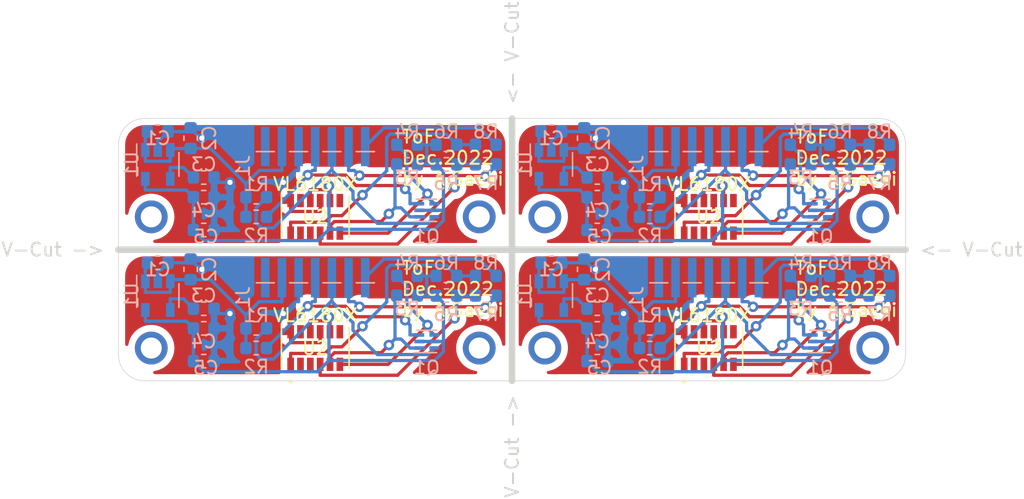
<source format=kicad_pcb>
(kicad_pcb (version 20211014) (generator pcbnew)
  (layers (0 "F.Cu" signal) (31 "B.Cu" signal) (34 "B.Paste" user) (35 "F.Paste" user) (36 "B.SilkS" user "B.Silkscreen") (37 "F.SilkS" user "F.Silkscreen") (38 "B.Mask" user) (39 "F.Mask" user) (44 "Edge.Cuts" user))
  (net 0 "")
  (net 1 "GND")
  (net 2 "VCC")
  (net 3 "Net-(C3-Pad1)")
  (net 4 "VDD")
  (net 5 "Net-(J1-Pad7)")
  (net 6 "Net-(J1-Pad6)")
  (net 7 "Net-(J1-Pad5)")
  (net 8 "Net-(J1-Pad4)")
  (net 9 "Net-(Q1-Pad4)")
  (net 10 "Net-(Q1-Pad1)")
  (net 11 "Net-(R5-Pad2)")
  (net 12 "Net-(R6-Pad2)")
  (footprint "0.main.robot:VL6180XV0NR&slash_1" (layer "F.Cu") (at 130 107.5 90)
    (fp_text reference "U2")
    (fp_text value "VL6180X")
  )
  (footprint "0.main.robot:VL6180XV0NR&slash_1" (layer "F.Cu") (at 160 107.5 90)
    (fp_text reference "U2")
    (fp_text value "VL6180X")
  )
  (footprint "0.main.robot:VL6180XV0NR&slash_1" (layer "F.Cu") (at 130 117.5 90)
    (fp_text reference "U2")
    (fp_text value "VL6180X")
  )
  (footprint "0.main.robot:VL6180XV0NR&slash_1" (layer "F.Cu") (at 160 117.5 90)
    (fp_text reference "U2")
    (fp_text value "VL6180X")
  )
  (footprint "Capacitor_SMD:C_0603_1608Metric" (layer "B.Cu") (at 118 101)
    (fp_text reference "C1")
    (fp_text value "1u")
  )
  (footprint "Capacitor_SMD:C_0603_1608Metric" (layer "B.Cu") (at 120.5 101.5 90)
    (fp_text reference "C2")
    (fp_text value "0.1u")
  )
  (footprint "Capacitor_SMD:C_0603_1608Metric" (layer "B.Cu") (at 121.5 104.5)
    (fp_text reference "C3")
    (fp_text value "0.01u")
  )
  (footprint "Capacitor_SMD:C_0603_1608Metric" (layer "B.Cu") (at 121.5 106)
    (fp_text reference "C4")
    (fp_text value "1u")
  )
  (footprint "Capacitor_SMD:C_0603_1608Metric" (layer "B.Cu") (at 121.5 108.5)
    (fp_text reference "C5")
    (fp_text value "0.1u")
  )
  (footprint "Package_SON:WSON-6_1.5x1.5mm_P0.5mm" (layer "B.Cu") (at 138.5 107)
    (fp_text reference "Q1")
    (fp_text value "SSM6N42FE")
  )
  (footprint "Resistor_SMD:R_0603_1608Metric" (layer "B.Cu") (at 125.5 106)
    (fp_text reference "R1")
    (fp_text value "10k")
  )
  (footprint "Resistor_SMD:R_0603_1608Metric" (layer "B.Cu") (at 125.5 107.5)
    (fp_text reference "R2")
    (fp_text value "10k")
  )
  (footprint "Resistor_SMD:R_0603_1608Metric" (layer "B.Cu") (at 137 103.5 180)
    (fp_text reference "R3")
    (fp_text value "10k")
  )
  (footprint "Resistor_SMD:R_0603_1608Metric" (layer "B.Cu") (at 137 102 180)
    (fp_text reference "R4")
    (fp_text value "10k")
  )
  (footprint "Resistor_SMD:R_0603_1608Metric" (layer "B.Cu") (at 140 103.5)
    (fp_text reference "R5")
    (fp_text value "47k")
  )
  (footprint "Resistor_SMD:R_0603_1608Metric" (layer "B.Cu") (at 140 102)
    (fp_text reference "R6")
    (fp_text value "47k")
  )
  (footprint "Resistor_SMD:R_0603_1608Metric" (layer "B.Cu") (at 143 103.5)
    (fp_text reference "R7")
    (fp_text value "1k")
  )
  (footprint "Resistor_SMD:R_0603_1608Metric" (layer "B.Cu") (at 143 102)
    (fp_text reference "R8")
    (fp_text value "1k")
  )
  (footprint "Package_TO_SOT_SMD:SOT-23-5" (layer "B.Cu") (at 118 103.5 -90)
    (fp_text reference "U1")
    (fp_text value "Si91841")
  )
  (footprint "0.main.robot:Pin_1x07_P1.27mm_SMD" (layer "B.Cu") (at 160 103.6375 -90)
    (fp_text reference "J1")
    (fp_text value "Conn_01x07")
  )
  (footprint "Package_TO_SOT_SMD:SOT-23-5" (layer "B.Cu") (at 118 113.5 -90)
    (fp_text reference "U1")
    (fp_text value "Si91841")
  )
  (footprint "Resistor_SMD:R_0603_1608Metric" (layer "B.Cu") (at 170 102)
    (fp_text reference "R6")
    (fp_text value "47k")
  )
  (footprint "Package_TO_SOT_SMD:SOT-23-5" (layer "B.Cu") (at 148 103.5 -90)
    (fp_text reference "U1")
    (fp_text value "Si91841")
  )
  (footprint "Resistor_SMD:R_0603_1608Metric" (layer "B.Cu") (at 155.5 106)
    (fp_text reference "R1")
    (fp_text value "10k")
  )
  (footprint "Resistor_SMD:R_0603_1608Metric" (layer "B.Cu") (at 140 113.5)
    (fp_text reference "R5")
    (fp_text value "47k")
  )
  (footprint "0.main.robot:Pin_1x07_P1.27mm_SMD" (layer "B.Cu") (at 130 113.6375 -90)
    (fp_text reference "J1")
    (fp_text value "Conn_01x07")
  )
  (footprint "Resistor_SMD:R_0603_1608Metric" (layer "B.Cu") (at 173 113.5)
    (fp_text reference "R7")
    (fp_text value "1k")
  )
  (footprint "Capacitor_SMD:C_0603_1608Metric" (layer "B.Cu") (at 150.5 101.5 90)
    (fp_text reference "C2")
    (fp_text value "0.1u")
  )
  (footprint "Resistor_SMD:R_0603_1608Metric" (layer "B.Cu") (at 167 102 180)
    (fp_text reference "R4")
    (fp_text value "10k")
  )
  (footprint "Package_TO_SOT_SMD:SOT-23-5" (layer "B.Cu") (at 148 113.5 -90)
    (fp_text reference "U1")
    (fp_text value "Si91841")
  )
  (footprint "Package_SON:WSON-6_1.5x1.5mm_P0.5mm" (layer "B.Cu") (at 168.5 107)
    (fp_text reference "Q1")
    (fp_text value "SSM6N42FE")
  )
  (footprint "Resistor_SMD:R_0603_1608Metric" (layer "B.Cu") (at 143 112)
    (fp_text reference "R8")
    (fp_text value "1k")
  )
  (footprint "Resistor_SMD:R_0603_1608Metric" (layer "B.Cu") (at 170 112)
    (fp_text reference "R6")
    (fp_text value "47k")
  )
  (footprint "Capacitor_SMD:C_0603_1608Metric" (layer "B.Cu") (at 151.5 104.5)
    (fp_text reference "C3")
    (fp_text value "0.01u")
  )
  (footprint "Capacitor_SMD:C_0603_1608Metric" (layer "B.Cu") (at 121.5 114.5)
    (fp_text reference "C3")
    (fp_text value "0.01u")
  )
  (footprint "Capacitor_SMD:C_0603_1608Metric" (layer "B.Cu") (at 151.5 114.5)
    (fp_text reference "C3")
    (fp_text value "0.01u")
  )
  (footprint "Capacitor_SMD:C_0603_1608Metric" (layer "B.Cu") (at 148 101)
    (fp_text reference "C1")
    (fp_text value "1u")
  )
  (footprint "Resistor_SMD:R_0603_1608Metric" (layer "B.Cu") (at 137 113.5 180)
    (fp_text reference "R3")
    (fp_text value "10k")
  )
  (footprint "Capacitor_SMD:C_0603_1608Metric" (layer "B.Cu") (at 148 111)
    (fp_text reference "C1")
    (fp_text value "1u")
  )
  (footprint "Resistor_SMD:R_0603_1608Metric" (layer "B.Cu") (at 173 112)
    (fp_text reference "R8")
    (fp_text value "1k")
  )
  (footprint "Resistor_SMD:R_0603_1608Metric" (layer "B.Cu") (at 155.5 117.5)
    (fp_text reference "R2")
    (fp_text value "10k")
  )
  (footprint "Resistor_SMD:R_0603_1608Metric" (layer "B.Cu") (at 170 113.5)
    (fp_text reference "R5")
    (fp_text value "47k")
  )
  (footprint "Capacitor_SMD:C_0603_1608Metric" (layer "B.Cu") (at 151.5 106)
    (fp_text reference "C4")
    (fp_text value "1u")
  )
  (footprint "0.main.robot:Pin_1x07_P1.27mm_SMD" (layer "B.Cu") (at 130 103.6375 -90)
    (fp_text reference "J1")
    (fp_text value "Conn_01x07")
  )
  (footprint "Capacitor_SMD:C_0603_1608Metric" (layer "B.Cu") (at 118 111)
    (fp_text reference "C1")
    (fp_text value "1u")
  )
  (footprint "Capacitor_SMD:C_0603_1608Metric" (layer "B.Cu") (at 121.5 116)
    (fp_text reference "C4")
    (fp_text value "1u")
  )
  (footprint "Resistor_SMD:R_0603_1608Metric" (layer "B.Cu") (at 140 112)
    (fp_text reference "R6")
    (fp_text value "47k")
  )
  (footprint "Capacitor_SMD:C_0603_1608Metric" (layer "B.Cu") (at 151.5 118.5)
    (fp_text reference "C5")
    (fp_text value "0.1u")
  )
  (footprint "Resistor_SMD:R_0603_1608Metric" (layer "B.Cu") (at 167 112 180)
    (fp_text reference "R4")
    (fp_text value "10k")
  )
  (footprint "Capacitor_SMD:C_0603_1608Metric" (layer "B.Cu") (at 120.5 111.5 90)
    (fp_text reference "C2")
    (fp_text value "0.1u")
  )
  (footprint "Capacitor_SMD:C_0603_1608Metric" (layer "B.Cu") (at 151.5 116)
    (fp_text reference "C4")
    (fp_text value "1u")
  )
  (footprint "Resistor_SMD:R_0603_1608Metric" (layer "B.Cu") (at 143 113.5)
    (fp_text reference "R7")
    (fp_text value "1k")
  )
  (footprint "Resistor_SMD:R_0603_1608Metric" (layer "B.Cu") (at 173 103.5)
    (fp_text reference "R7")
    (fp_text value "1k")
  )
  (footprint "Capacitor_SMD:C_0603_1608Metric" (layer "B.Cu") (at 150.5 111.5 90)
    (fp_text reference "C2")
    (fp_text value "0.1u")
  )
  (footprint "Resistor_SMD:R_0603_1608Metric" (layer "B.Cu") (at 167 113.5 180)
    (fp_text reference "R3")
    (fp_text value "10k")
  )
  (footprint "Package_SON:WSON-6_1.5x1.5mm_P0.5mm" (layer "B.Cu") (at 168.5 117)
    (fp_text reference "Q1")
    (fp_text value "SSM6N42FE")
  )
  (footprint "Capacitor_SMD:C_0603_1608Metric" (layer "B.Cu") (at 151.5 108.5)
    (fp_text reference "C5")
    (fp_text value "0.1u")
  )
  (footprint "Package_SON:WSON-6_1.5x1.5mm_P0.5mm" (layer "B.Cu") (at 138.5 117)
    (fp_text reference "Q1")
    (fp_text value "SSM6N42FE")
  )
  (footprint "Resistor_SMD:R_0603_1608Metric" (layer "B.Cu") (at 155.5 107.5)
    (fp_text reference "R2")
    (fp_text value "10k")
  )
  (footprint "Resistor_SMD:R_0603_1608Metric" (layer "B.Cu") (at 155.5 116)
    (fp_text reference "R1")
    (fp_text value "10k")
  )
  (footprint "Resistor_SMD:R_0603_1608Metric" (layer "B.Cu") (at 173 102)
    (fp_text reference "R8")
    (fp_text value "1k")
  )
  (footprint "0.main.robot:Pin_1x07_P1.27mm_SMD" (layer "B.Cu") (at 160 113.6375 -90)
    (fp_text reference "J1")
    (fp_text value "Conn_01x07")
  )
  (footprint "Resistor_SMD:R_0603_1608Metric" (layer "B.Cu") (at 137 112 180)
    (fp_text reference "R4")
    (fp_text value "10k")
  )
  (footprint "Resistor_SMD:R_0603_1608Metric" (layer "B.Cu") (at 125.5 116)
    (fp_text reference "R1")
    (fp_text value "10k")
  )
  (footprint "Resistor_SMD:R_0603_1608Metric" (layer "B.Cu") (at 167 103.5 180)
    (fp_text reference "R3")
    (fp_text value "10k")
  )
  (footprint "Resistor_SMD:R_0603_1608Metric" (layer "B.Cu") (at 170 103.5)
    (fp_text reference "R5")
    (fp_text value "47k")
  )
  (footprint "Resistor_SMD:R_0603_1608Metric" (layer "B.Cu") (at 125.5 117.5)
    (fp_text reference "R2")
    (fp_text value "10k")
  )
  (footprint "Capacitor_SMD:C_0603_1608Metric" (layer "B.Cu") (at 121.5 118.5)
    (fp_text reference "C5")
    (fp_text value "0.1u")
  )
  (gr_arc locked (start 175 118) (mid 174.414214 119.414214) (end 173 120) (layer "Edge.Cuts") (width 0.05))
  (gr_line locked (start 117 100) (end 173 100) (layer "Edge.Cuts") (width 0.05))
  (gr_line locked (start 115 118) (end 115 102) (layer "Edge.Cuts") (width 0.05))
  (gr_line (start 145 100) (end 145 120) (layer "Edge.Cuts") (width 0.5))
  (gr_arc locked (start 117 120) (mid 115.585786 119.414214) (end 115 118) (layer "Edge.Cuts") (width 0.05))
  (gr_line locked (start 175 102) (end 175 118) (layer "Edge.Cuts") (width 0.05))
  (gr_line (start 145 100) (end 145 120) (layer "Edge.Cuts") (width 0.05))
  (gr_arc locked (start 173 100) (mid 174.414214 100.585786) (end 175 102) (layer "Edge.Cuts") (width 0.05))
  (gr_line locked (start 173 120) (end 117 120) (layer "Edge.Cuts") (width 0.05))
  (gr_line (start 115 110) (end 175 110) (layer "Edge.Cuts") (width 0.5))
  (gr_arc locked (start 115 102) (mid 115.585786 100.585786) (end 117 100) (layer "Edge.Cuts") (width 0.05))
  (gr_line (start 115 110) (end 175 110) (layer "Edge.Cuts") (width 0.05))
  (gr_text "ToF\nDec.2022\nby A.Saeki" (at 166.5 113) (layer "F.SilkS") (effects (font (size 1 1)) (justify left)))
  (gr_text "ToF\nDec.2022\nby A.Saeki" (at 136.5 113) (layer "F.SilkS") (effects (font (size 1 1)) (justify left)))
  (gr_text "ToF\nDec.2022\nby A.Saeki" (at 136.5 103) (layer "F.SilkS") (effects (font (size 1 1)) (justify left)))
  (gr_text "ToF\nDec.2022\nby A.Saeki" (at 166.5 103) (layer "F.SilkS") (effects (font (size 1 1)) (justify left)))
  (gr_text "V-Cut ->" (at 145 125 90) (layer "Edge.Cuts") (effects (font (size 1 1))))
  (gr_text "V-Cut ->" (at 110 110) (layer "Edge.Cuts") (effects (font (size 1 1))))
  (gr_text "<- V-Cut" (at 180 110) (layer "Edge.Cuts") (effects (font (size 1 1))))
  (gr_text "<- V-Cut" (at 145 95 90) (layer "Edge.Cuts") (effects (font (size 1 1))))
  (via locked (at 117.5 107.5) (size 2.5) (drill 1.6) (layers "F.Cu" "B.Cu") (net 0))
  (via locked (at 172.5 117.5) (size 2.5) (drill 1.6) (layers "F.Cu" "B.Cu") (net 0))
  (via locked (at 142.5 107.5) (size 2.5) (drill 1.6) (layers "F.Cu" "B.Cu") (net 0))
  (via locked (at 117.5 117.5) (size 2.5) (drill 1.6) (layers "F.Cu" "B.Cu") (net 0))
  (via locked (at 172.5 107.5) (size 2.5) (drill 1.6) (layers "F.Cu" "B.Cu") (net 0))
  (via locked (at 147.5 117.5) (size 2.5) (drill 1.6) (layers "F.Cu" "B.Cu") (net 0))
  (via locked (at 147.5 107.5) (size 2.5) (drill 1.6) (layers "F.Cu" "B.Cu") (net 0))
  (via locked (at 142.5 117.5) (size 2.5) (drill 1.6) (layers "F.Cu" "B.Cu") (net 0))
  (segment locked (start 128.125 116.2578) (end 128.125 117.0887) (width 0.25) (layer "F.Cu") (net 1))
  (segment locked (start 128.125 107.0887) (end 130.375 107.0887) (width 0.25) (layer "F.Cu") (net 1))
  (segment locked (start 128.125 117.0887) (end 130.375 117.0887) (width 0.25) (layer "F.Cu") (net 1))
  (segment locked (start 157.5684 114.8703) (end 158.125 115.4269) (width 0.25) (layer "F.Cu") (net 1))
  (segment locked (start 151.3594 112.7297) (end 153.5 114.8703) (width 0.25) (layer "F.Cu") (net 1))
  (segment locked (start 158.125 117.0887) (end 160.375 117.0887) (width 0.25) (layer "F.Cu") (net 1))
  (segment locked (start 123.5 114.8703) (end 127.5684 114.8703) (width 0.25) (layer "F.Cu") (net 1))
  (segment locked (start 121.3594 101.5) (end 121.3594 102.7297) (width 0.25) (layer "F.Cu") (net 1))
  (segment locked (start 128.125 106.2578) (end 128.125 105.4269) (width 0.25) (layer "F.Cu") (net 1))
  (segment locked (start 121.3594 112.7297) (end 123.5 114.8703) (width 0.25) (layer "F.Cu") (net 1))
  (segment locked (start 130.375 106.2578) (end 130.375 107.0887) (width 0.25) (layer "F.Cu") (net 1))
  (segment locked (start 127.5684 114.8703) (end 128.125 115.4269) (width 0.25) (layer "F.Cu") (net 1))
  (segment locked (start 128.125 116.2578) (end 128.125 115.4269) (width 0.25) (layer "F.Cu") (net 1))
  (segment locked (start 153.5 114.8703) (end 157.5684 114.8703) (width 0.25) (layer "F.Cu") (net 1))
  (segment locked (start 121.3594 102.7297) (end 123.5 104.8703) (width 0.25) (layer "F.Cu") (net 1))
  (segment locked (start 121.3594 111.5) (end 121.3594 112.7297) (width 0.25) (layer "F.Cu") (net 1))
  (segment locked (start 158.125 106.2578) (end 158.125 107.0887) (width 0.25) (layer "F.Cu") (net 1))
  (segment locked (start 160.375 116.2578) (end 160.375 117.0887) (width 0.25) (layer "F.Cu") (net 1))
  (segment locked (start 158.125 107.0887) (end 160.375 107.0887) (width 0.25) (layer "F.Cu") (net 1))
  (segment locked (start 153.5 104.8703) (end 157.5684 104.8703) (width 0.25) (layer "F.Cu") (net 1))
  (segment locked (start 123.5 104.8703) (end 127.5684 104.8703) (width 0.25) (layer "F.Cu") (net 1))
  (segment locked (start 157.5684 104.8703) (end 158.125 105.4269) (width 0.25) (layer "F.Cu") (net 1))
  (segment locked (start 151.3594 111.5) (end 151.3594 112.7297) (width 0.25) (layer "F.Cu") (net 1))
  (segment locked (start 130.375 116.2578) (end 130.375 117.0887) (width 0.25) (layer "F.Cu") (net 1))
  (segment locked (start 128.125 106.2578) (end 128.125 107.0887) (width 0.25) (layer "F.Cu") (net 1))
  (segment locked (start 158.125 116.2578) (end 158.125 115.4269) (width 0.25) (layer "F.Cu") (net 1))
  (segment locked (start 151.3594 101.5) (end 151.3594 102.7297) (width 0.25) (layer "F.Cu") (net 1))
  (segment locked (start 151.3594 102.7297) (end 153.5 104.8703) (width 0.25) (layer "F.Cu") (net 1))
  (segment locked (start 158.125 106.2578) (end 158.125 105.4269) (width 0.25) (layer "F.Cu") (net 1))
  (segment locked (start 158.125 116.2578) (end 158.125 117.0887) (width 0.25) (layer "F.Cu") (net 1))
  (segment locked (start 127.5684 104.8703) (end 128.125 105.4269) (width 0.25) (layer "F.Cu") (net 1))
  (segment locked (start 160.375 106.2578) (end 160.375 107.0887) (width 0.25) (layer "F.Cu") (net 1))
  (via locked (at 153.5 114.8703) (size 0.8) (drill 0.4) (layers "F.Cu" "B.Cu") (net 1))
  (via locked (at 123.5 114.8703) (size 0.8) (drill 0.4) (layers "F.Cu" "B.Cu") (net 1))
  (via locked (at 157.5684 104.8703) (size 0.8) (drill 0.4) (layers "F.Cu" "B.Cu") (net 1))
  (via locked (at 157.5684 114.8703) (size 0.8) (drill 0.4) (layers "F.Cu" "B.Cu") (net 1))
  (via locked (at 153.5 104.8703) (size 0.8) (drill 0.4) (layers "F.Cu" "B.Cu") (net 1))
  (via locked (at 121.3594 101.5) (size 0.8) (drill 0.4) (layers "F.Cu" "B.Cu") (net 1))
  (via locked (at 151.3594 101.5) (size 0.8) (drill 0.4) (layers "F.Cu" "B.Cu") (net 1))
  (via locked (at 121.3594 111.5) (size 0.8) (drill 0.4) (layers "F.Cu" "B.Cu") (net 1))
  (via locked (at 123.5 104.8703) (size 0.8) (drill 0.4) (layers "F.Cu" "B.Cu") (net 1))
  (via locked (at 127.5684 114.8703) (size 0.8) (drill 0.4) (layers "F.Cu" "B.Cu") (net 1))
  (via locked (at 127.5684 104.8703) (size 0.8) (drill 0.4) (layers "F.Cu" "B.Cu") (net 1))
  (via locked (at 151.3594 111.5) (size 0.8) (drill 0.4) (layers "F.Cu" "B.Cu") (net 1))
  (segment locked (start 151.3594 111.5) (end 151.2297 111.5) (width 0.25) (layer "B.Cu") (net 1))
  (segment locked (start 152.2875 104.8703) (end 152.2875 104.5) (width 0.25) (layer "B.Cu") (net 1))
  (segment locked (start 122.2875 108.5) (end 122.2875 106) (width 0.25) (layer "B.Cu") (net 1))
  (segment locked (start 152.2875 116) (end 152.2875 114.8703) (width 0.25) (layer "B.Cu") (net 1))
  (segment locked (start 118.2428 111.5447) (end 118 111.5447) (width 0.25) (layer "B.Cu") (net 1))
  (segment locked (start 123.5 104.8703) (end 122.2875 104.8703) (width 0.25) (layer "B.Cu") (net 1))
  (segment locked (start 151.3594 101.5) (end 151.2297 101.5) (width 0.25) (layer "B.Cu") (net 1))
  (segment locked (start 120.5 100.7125) (end 120.5 100.7703) (width 0.25) (layer "B.Cu") (net 1))
  (segment locked (start 158.73 112.1375) (end 158.73 113.9628) (width 0.25) (layer "B.Cu") (net 1))
  (segment locked (start 118.2428 101.5447) (end 118 101.5447) (width 0.25) (layer "B.Cu") (net 1))
  (segment locked (start 122.2875 118.5) (end 122.2875 116) (width 0.25) (layer "B.Cu") (net 1))
  (segment locked (start 158.73 113.9628) (end 158.4759 113.9628) (width 0.25) (layer "B.Cu") (net 1))
  (segment locked (start 148.7875 101) (end 148.2428 101.5447) (width 0.25) (layer "B.Cu") (net 1))
  (segment locked (start 148.7875 111) (end 148.2428 111.5447) (width 0.25) (layer "B.Cu") (net 1))
  (segment locked (start 120.5 110.7125) (end 120.5 110.7703) (width 0.25) (layer "B.Cu") (net 1))
  (segment locked (start 158.73 103.9628) (end 158.4759 103.9628) (width 0.25) (layer "B.Cu") (net 1))
  (segment locked (start 148.2428 101.5447) (end 148 101.5447) (width 0.25) (layer "B.Cu") (net 1))
  (segment locked (start 120.5 100.7703) (end 120.2703 101) (width 0.25) (layer "B.Cu") (net 1))
  (segment locked (start 121.3594 111.5) (end 121.2297 111.5) (width 0.25) (layer "B.Cu") (net 1))
  (segment locked (start 152.2875 106) (end 152.2875 104.8703) (width 0.25) (layer "B.Cu") (net 1))
  (segment locked (start 151.2297 101.5) (end 150.5 100.7703) (width 0.25) (layer "B.Cu") (net 1))
  (segment locked (start 128.4759 103.9628) (end 127.5684 104.8703) (width 0.25) (layer "B.Cu") (net 1))
  (segment locked (start 148 102.4) (end 148 101.5447) (width 0.25) (layer "B.Cu") (net 1))
  (segment locked (start 122.2875 114.8703) (end 122.2875 114.5) (width 0.25) (layer "B.Cu") (net 1))
  (segment locked (start 158.73 102.1375) (end 158.73 103.9628) (width 0.25) (layer "B.Cu") (net 1))
  (segment locked (start 121.2297 111.5) (end 120.5 110.7703) (width 0.25) (layer "B.Cu") (net 1))
  (segment locked (start 128.73 113.9628) (end 128.4759 113.9628) (width 0.25) (layer "B.Cu") (net 1))
  (segment locked (start 150.2703 101) (end 148.7875 101) (width 0.25) (layer "B.Cu") (net 1))
  (segment locked (start 152.2875 108.5) (end 152.2875 106) (width 0.25) (layer "B.Cu") (net 1))
  (segment locked (start 150.5 110.7125) (end 150.5 110.7703) (width 0.25) (layer "B.Cu") (net 1))
  (segment locked (start 120.2703 111) (end 118.7875 111) (width 0.25) (layer "B.Cu") (net 1))
  (segment locked (start 118.7875 111) (end 118.2428 111.5447) (width 0.25) (layer "B.Cu") (net 1))
  (segment locked (start 150.2703 111) (end 148.7875 111) (width 0.25) (layer "B.Cu") (net 1))
  (segment locked (start 118 112.4) (end 118 111.5447) (width 0.25) (layer "B.Cu") (net 1))
  (segment locked (start 150.5 100.7703) (end 150.2703 101) (width 0.25) (layer "B.Cu") (net 1))
  (segment locked (start 152.2875 114.8703) (end 152.2875 114.5) (width 0.25) (layer "B.Cu") (net 1))
  (segment locked (start 118 102.4) (end 118 101.5447) (width 0.25) (layer "B.Cu") (net 1))
  (segment locked (start 121.3594 101.5) (end 121.2297 101.5) (width 0.25) (layer "B.Cu") (net 1))
  (segment locked (start 122.2875 104.8703) (end 122.2875 104.5) (width 0.25) (layer "B.Cu") (net 1))
  (segment locked (start 153.5 114.8703) (end 152.2875 114.8703) (width 0.25) (layer "B.Cu") (net 1))
  (segment locked (start 120.2703 101) (end 118.7875 101) (width 0.25) (layer "B.Cu") (net 1))
  (segment locked (start 122.2875 116) (end 122.2875 114.8703) (width 0.25) (layer "B.Cu") (net 1))
  (segment locked (start 128.73 112.1375) (end 128.73 113.9628) (width 0.25) (layer "B.Cu") (net 1))
  (segment locked (start 158.4759 103.9628) (end 157.5684 104.8703) (width 0.25) (layer "B.Cu") (net 1))
  (segment locked (start 123.5 114.8703) (end 122.2875 114.8703) (width 0.25) (layer "B.Cu") (net 1))
  (segment locked (start 158.4759 113.9628) (end 157.5684 114.8703) (width 0.25) (layer "B.Cu") (net 1))
  (segment locked (start 150.5 110.7703) (end 150.2703 111) (width 0.25) (layer "B.Cu") (net 1))
  (segment locked (start 150.5 100.7125) (end 150.5 100.7703) (width 0.25) (layer "B.Cu") (net 1))
  (segment locked (start 118.7875 101) (end 118.2428 101.5447) (width 0.25) (layer "B.Cu") (net 1))
  (segment locked (start 153.5 104.8703) (end 152.2875 104.8703) (width 0.25) (layer "B.Cu") (net 1))
  (segment locked (start 128.73 102.1375) (end 128.73 103.9628) (width 0.25) (layer "B.Cu") (net 1))
  (segment locked (start 120.5 110.7703) (end 120.2703 111) (width 0.25) (layer "B.Cu") (net 1))
  (segment locked (start 148 112.4) (end 148 111.5447) (width 0.25) (layer "B.Cu") (net 1))
  (segment locked (start 152.2875 118.5) (end 152.2875 116) (width 0.25) (layer "B.Cu") (net 1))
  (segment locked (start 148.2428 111.5447) (end 148 111.5447) (width 0.25) (layer "B.Cu") (net 1))
  (segment locked (start 151.2297 111.5) (end 150.5 110.7703) (width 0.25) (layer "B.Cu") (net 1))
  (segment locked (start 128.73 103.9628) (end 128.4759 103.9628) (width 0.25) (layer "B.Cu") (net 1))
  (segment locked (start 128.4759 113.9628) (end 127.5684 114.8703) (width 0.25) (layer "B.Cu") (net 1))
  (segment locked (start 121.2297 101.5) (end 120.5 100.7703) (width 0.25) (layer "B.Cu") (net 1))
  (segment locked (start 122.2875 106) (end 122.2875 104.8703) (width 0.25) (layer "B.Cu") (net 1))
  (segment locked (start 127.46 113.9628) (end 125.7311 113.9628) (width 0.25) (layer "B.Cu") (net 2))
  (segment locked (start 125.7311 103.9628) (end 124.7125 104.9814) (width 0.25) (layer "B.Cu") (net 2))
  (segment locked (start 154.7125 114.9814) (end 152.0186 112.2875) (width 0.25) (layer "B.Cu") (net 2))
  (segment locked (start 117.05 101.6573) (end 117.05 101.1625) (width 0.25) (layer "B.Cu") (net 2))
  (segment locked (start 154.7125 114.9814) (end 154.7125 116) (width 0.25) (layer "B.Cu") (net 2))
  (segment locked (start 124.7125 106) (end 124.7125 107.5) (width 0.25) (layer "B.Cu") (net 2))
  (segment locked (start 147.05 111.1625) (end 147.2125 111) (width 0.25) (layer "B.Cu") (net 2))
  (segment locked (start 152.0186 102.2875) (end 150.5 102.2875) (width 0.25) (layer "B.Cu") (net 2))
  (segment locked (start 124.7125 114.9814) (end 124.7125 116) (width 0.25) (layer "B.Cu") (net 2))
  (segment locked (start 127.46 112.1375) (end 127.46 113.9628) (width 0.25) (layer "B.Cu") (net 2))
  (segment locked (start 150.5 102.2875) (end 149.0625 102.2875) (width 0.25) (layer "B.Cu") (net 2))
  (segment locked (start 149.0625 102.2875) (end 148.95 102.4) (width 0.25) (layer "B.Cu") (net 2))
  (segment locked (start 117.05 101.1625) (end 117.2125 101) (width 0.25) (layer "B.Cu") (net 2))
  (segment locked (start 157.46 102.1375) (end 157.46 103.9628) (width 0.25) (layer "B.Cu") (net 2))
  (segment locked (start 148.95 112.4) (end 148.95 113.2553) (width 0.25) (layer "B.Cu") (net 2))
  (segment locked (start 120.5 102.2875) (end 119.0625 102.2875) (width 0.25) (layer "B.Cu") (net 2))
  (segment locked (start 122.0186 112.2875) (end 120.5 112.2875) (width 0.25) (layer "B.Cu") (net 2))
  (segment locked (start 117.05 102.4) (end 117.05 101.6573) (width 0.25) (layer "B.Cu") (net 2))
  (segment locked (start 150.5 112.2875) (end 149.0625 112.2875) (width 0.25) (layer "B.Cu") (net 2))
  (segment locked (start 152.0186 112.2875) (end 150.5 112.2875) (width 0.25) (layer "B.Cu") (net 2))
  (segment locked (start 155.7311 113.9628) (end 154.7125 114.9814) (width 0.25) (layer "B.Cu") (net 2))
  (segment locked (start 122.0186 102.2875) (end 120.5 102.2875) (width 0.25) (layer "B.Cu") (net 2))
  (segment locked (start 148.95 103.2553) (end 147.05 103.2553) (width 0.25) (layer "B.Cu") (net 2))
  (segment locked (start 119.0625 102.2875) (end 118.95 102.4) (width 0.25) (layer "B.Cu") (net 2))
  (segment locked (start 148.95 113.2553) (end 147.05 113.2553) (width 0.25) (layer "B.Cu") (net 2))
  (segment locked (start 124.7125 114.9814) (end 122.0186 112.2875) (width 0.25) (layer "B.Cu") (net 2))
  (segment locked (start 118.95 113.2553) (end 117.05 113.2553) (width 0.25) (layer "B.Cu") (net 2))
  (segment locked (start 118.95 112.4) (end 118.95 113.2553) (width 0.25) (layer "B.Cu") (net 2))
  (segment locked (start 147.05 111.6573) (end 147.05 111.1625) (width 0.25) (layer "B.Cu") (net 2))
  (segment locked (start 154.7125 116) (end 154.7125 117.5) (width 0.25) (layer "B.Cu") (net 2))
  (segment locked (start 118.95 102.4) (end 118.95 103.2553) (width 0.25) (layer "B.Cu") (net 2))
  (segment locked (start 147.05 101.6573) (end 147.05 101.1625) (width 0.25) (layer "B.Cu") (net 2))
  (segment locked (start 117.05 112.4) (end 117.05 113.2553) (width 0.25) (layer "B.Cu") (net 2))
  (segment locked (start 148.95 102.4) (end 148.95 103.2553) (width 0.25) (layer "B.Cu") (net 2))
  (segment locked (start 119.0625 112.2875) (end 118.95 112.4) (width 0.25) (layer "B.Cu") (net 2))
  (segment locked (start 117.05 102.4) (end 117.05 103.2553) (width 0.25) (layer "B.Cu") (net 2))
  (segment locked (start 155.7311 103.9628) (end 154.7125 104.9814) (width 0.25) (layer "B.Cu") (net 2))
  (segment locked (start 147.05 112.4) (end 147.05 113.2553) (width 0.25) (layer "B.Cu") (net 2))
  (segment locked (start 117.05 111.1625) (end 117.2125 111) (width 0.25) (layer "B.Cu") (net 2))
  (segment locked (start 154.7125 104.9814) (end 154.7125 106) (width 0.25) (layer "B.Cu") (net 2))
  (segment locked (start 157.46 103.9628) (end 155.7311 103.9628) (width 0.25) (layer "B.Cu") (net 2))
  (segment locked (start 147.05 102.4) (end 147.05 103.2553) (width 0.25) (layer "B.Cu") (net 2))
  (segment locked (start 157.46 112.1375) (end 157.46 113.9628) (width 0.25) (layer "B.Cu") (net 2))
  (segment locked (start 124.7125 104.9814) (end 122.0186 102.2875) (width 0.25) (layer "B.Cu") (net 2))
  (segment locked (start 117.05 112.4) (end 117.05 111.6573) (width 0.25) (layer "B.Cu") (net 2))
  (segment locked (start 127.46 102.1375) (end 127.46 103.9628) (width 0.25) (layer "B.Cu") (net 2))
  (segment locked (start 117.05 111.6573) (end 117.05 111.1625) (width 0.25) (layer "B.Cu") (net 2))
  (segment locked (start 127.46 103.9628) (end 125.7311 103.9628) (width 0.25) (layer "B.Cu") (net 2))
  (segment locked (start 118.95 103.2553) (end 117.05 103.2553) (width 0.25) (layer "B.Cu") (net 2))
  (segment locked (start 147.05 112.4) (end 147.05 111.6573) (width 0.25) (layer "B.Cu") (net 2))
  (segment locked (start 125.7311 113.9628) (end 124.7125 114.9814) (width 0.25) (layer "B.Cu") (net 2))
  (segment locked (start 147.05 101.1625) (end 147.2125 101) (width 0.25) (layer "B.Cu") (net 2))
  (segment locked (start 120.5 112.2875) (end 119.0625 112.2875) (width 0.25) (layer "B.Cu") (net 2))
  (segment locked (start 157.46 113.9628) (end 155.7311 113.9628) (width 0.25) (layer "B.Cu") (net 2))
  (segment locked (start 124.7125 116) (end 124.7125 117.5) (width 0.25) (layer "B.Cu") (net 2))
  (segment locked (start 147.05 102.4) (end 147.05 101.6573) (width 0.25) (layer "B.Cu") (net 2))
  (segment locked (start 154.7125 104.9814) (end 152.0186 102.2875) (width 0.25) (layer "B.Cu") (net 2))
  (segment locked (start 149.0625 112.2875) (end 148.95 112.4) (width 0.25) (layer "B.Cu") (net 2))
  (segment locked (start 124.7125 104.9814) (end 124.7125 106) (width 0.25) (layer "B.Cu") (net 2))
  (segment locked (start 154.7125 106) (end 154.7125 107.5) (width 0.25) (layer "B.Cu") (net 2))
  (segment locked (start 118.95 103.7447) (end 119.9572 103.7447) (width 0.25) (layer "B.Cu") (net 3))
  (segment locked (start 118.95 113.7447) (end 119.9572 113.7447) (width 0.25) (layer "B.Cu") (net 3))
  (segment locked (start 149.9572 103.7447) (end 150.7125 104.5) (width 0.25) (layer "B.Cu") (net 3))
  (segment locked (start 118.95 104.6) (end 118.95 103.7447) (width 0.25) (layer "B.Cu") (net 3))
  (segment locked (start 148.95 113.7447) (end 149.9572 113.7447) (width 0.25) (layer "B.Cu") (net 3))
  (segment locked (start 148.95 104.6) (end 148.95 103.7447) (width 0.25) (layer "B.Cu") (net 3))
  (segment locked (start 118.95 114.6) (end 118.95 113.7447) (width 0.25) (layer "B.Cu") (net 3))
  (segment locked (start 119.9572 103.7447) (end 120.7125 104.5) (width 0.25) (layer "B.Cu") (net 3))
  (segment locked (start 149.9572 113.7447) (end 150.7125 114.5) (width 0.25) (layer "B.Cu") (net 3))
  (segment locked (start 148.95 103.7447) (end 149.9572 103.7447) (width 0.25) (layer "B.Cu") (net 3))
  (segment locked (start 148.95 114.6) (end 148.95 113.7447) (width 0.25) (layer "B.Cu") (net 3))
  (segment locked (start 119.9572 113.7447) (end 120.7125 114.5) (width 0.25) (layer "B.Cu") (net 3))
  (segment locked (start 129.625 116.2578) (end 129.625 115.4269) (width 0.25) (layer "F.Cu") (net 4))
  (segment locked (start 159.625 116.2578) (end 159.625 115.4269) (width 0.25) (layer "F.Cu") (net 4))
  (segment locked (start 161.125 116.2578) (end 161.125 115.4269) (width 0.25) (layer "F.Cu") (net 4))
  (segment locked (start 131.0469 115.4269) (end 131.125 115.4269) (width 0.25) (layer "F.Cu") (net 4))
  (segment locked (start 159.625 106.2578) (end 159.625 105.4269) (width 0.25) (layer "F.Cu") (net 4))
  (segment locked (start 131.0469 115.1386) (end 131.0469 115.4269) (width 0.25) (layer "F.Cu") (net 4))
  (segment locked (start 129.625 115.4269) (end 131.0469 115.4269) (width 0.25) (layer "F.Cu") (net 4))
  (segment locked (start 161.0469 115.1386) (end 161.0469 115.4269) (width 0.25) (layer "F.Cu") (net 4))
  (segment locked (start 129.625 105.4269) (end 131.0469 105.4269) (width 0.25) (layer "F.Cu") (net 4))
  (segment locked (start 161.0469 105.4269) (end 161.125 105.4269) (width 0.25) (layer "F.Cu") (net 4))
  (segment locked (start 161.0469 105.1386) (end 161.0469 105.4269) (width 0.25) (layer "F.Cu") (net 4))
  (segment locked (start 131.125 106.2578) (end 131.125 105.4269) (width 0.25) (layer "F.Cu") (net 4))
  (segment locked (start 131.0469 105.1386) (end 131.0469 105.4269) (width 0.25) (layer "F.Cu") (net 4))
  (segment locked (start 159.625 115.4269) (end 161.0469 115.4269) (width 0.25) (layer "F.Cu") (net 4))
  (segment locked (start 161.125 106.2578) (end 161.125 105.4269) (width 0.25) (layer "F.Cu") (net 4))
  (segment locked (start 129.625 106.2578) (end 129.625 105.4269) (width 0.25) (layer "F.Cu") (net 4))
  (segment locked (start 159.625 105.4269) (end 161.0469 105.4269) (width 0.25) (layer "F.Cu") (net 4))
  (segment locked (start 131.125 116.2578) (end 131.125 115.4269) (width 0.25) (layer "F.Cu") (net 4))
  (segment locked (start 131.0469 105.4269) (end 131.125 105.4269) (width 0.25) (layer "F.Cu") (net 4))
  (segment locked (start 161.0469 115.4269) (end 161.125 115.4269) (width 0.25) (layer "F.Cu") (net 4))
  (via locked (at 161.0469 115.1386) (size 0.8) (drill 0.4) (layers "F.Cu" "B.Cu") (net 4))
  (via locked (at 131.0469 115.1386) (size 0.8) (drill 0.4) (layers "F.Cu" "B.Cu") (net 4))
  (via locked (at 161.0469 105.1386) (size 0.8) (drill 0.4) (layers "F.Cu" "B.Cu") (net 4))
  (via locked (at 131.0469 105.1386) (size 0.8) (drill 0.4) (layers "F.Cu" "B.Cu") (net 4))
  (segment locked (start 151.5162 109.3037) (end 160.1931 109.3037) (width 0.25) (layer "B.Cu") (net 4))
  (segment locked (start 169.2125 102) (end 168.5 102) (width 0.25) (layer "B.Cu") (net 4))
  (segment locked (start 139.2125 103.5) (end 138.5 103.5) (width 0.25) (layer "B.Cu") (net 4))
  (segment locked (start 169.7753 114.0628) (end 169.2125 113.5) (width 0.25) (layer "B.Cu") (net 4))
  (segment locked (start 130.1931 119.3037) (end 131.0469 118.4499) (width 0.25) (layer "B.Cu") (net 4))
  (segment locked (start 131.0469 108.4499) (end 139.1002 108.4499) (width 0.25) (layer "B.Cu") (net 4))
  (segment locked (start 120.1678 115.4553) (end 120.7125 116) (width 0.25) (layer "B.Cu") (net 4))
  (segment locked (start 169.7753 107) (end 169.7753 104.0628) (width 0.25) (layer "B.Cu") (net 4))
  (segment locked (start 139.075 117) (end 137.925 117) (width 0.25) (layer "B.Cu") (net 4))
  (segment locked (start 169.7753 107.7748) (end 169.7753 107) (width 0.25) (layer "B.Cu") (net 4))
  (segment locked (start 150.7125 106) (end 150.7125 108.5) (width 0.25) (layer "B.Cu") (net 4))
  (segment locked (start 160.1931 109.3037) (end 161.0469 108.4499) (width 0.25) (layer "B.Cu") (net 4))
  (segment locked (start 139.2125 113.5) (end 138.5 113.5) (width 0.25) (layer "B.Cu") (net 4))
  (segment locked (start 150.7125 118.5) (end 151.5162 119.3037) (width 0.25) (layer "B.Cu") (net 4))
  (segment locked (start 150.1678 115.4553) (end 150.7125 116) (width 0.25) (layer "B.Cu") (net 4))
  (segment locked (start 161.0469 108.4499) (end 161.0469 105.1386) (width 0.25) (layer "B.Cu") (net 4))
  (segment locked (start 139.1002 108.4499) (end 139.7753 107.7748) (width 0.25) (layer "B.Cu") (net 4))
  (segment locked (start 169.075 117) (end 167.925 117) (width 0.25) (layer "B.Cu") (net 4))
  (segment locked (start 161.0469 108.4499) (end 169.1002 108.4499) (width 0.25) (layer "B.Cu") (net 4))
  (segment locked (start 150.1678 105.4553) (end 150.7125 106) (width 0.25) (layer "B.Cu") (net 4))
  (segment locked (start 161.0469 118.4499) (end 169.1002 118.4499) (width 0.25) (layer "B.Cu") (net 4))
  (segment locked (start 168.5 102) (end 168.5 103.5) (width 0.25) (layer "B.Cu") (net 4))
  (segment locked (start 131.0469 118.4499) (end 131.0469 115.1386) (width 0.25) (layer "B.Cu") (net 4))
  (segment locked (start 168.5 112) (end 167.7875 112) (width 0.25) (layer "B.Cu") (net 4))
  (segment locked (start 169.2125 103.5) (end 168.5 103.5) (width 0.25) (layer "B.Cu") (net 4))
  (segment locked (start 150.7125 116) (end 150.7125 118.5) (width 0.25) (layer "B.Cu") (net 4))
  (segment locked (start 169.2125 112) (end 168.5 112) (width 0.25) (layer "B.Cu") (net 4))
  (segment locked (start 117.05 104.6) (end 117.05 105.4553) (width 0.25) (layer "B.Cu") (net 4))
  (segment locked (start 139.7753 107.7748) (end 139.7753 107) (width 0.25) (layer "B.Cu") (net 4))
  (segment locked (start 147.05 114.6) (end 147.05 115.4553) (width 0.25) (layer "B.Cu") (net 4))
  (segment locked (start 130.1931 109.3037) (end 131.0469 108.4499) (width 0.25) (layer "B.Cu") (net 4))
  (segment locked (start 139.7753 117) (end 139.7753 114.0628) (width 0.25) (layer "B.Cu") (net 4))
  (segment locked (start 147.05 115.4553) (end 150.1678 115.4553) (width 0.25) (layer "B.Cu") (net 4))
  (segment locked (start 169.2125 113.5) (end 168.5 113.5) (width 0.25) (layer "B.Cu") (net 4))
  (segment locked (start 138.5 103.5) (end 137.7875 103.5) (width 0.25) (layer "B.Cu") (net 4))
  (segment locked (start 138.5 102) (end 138.5 103.5) (width 0.25) (layer "B.Cu") (net 4))
  (segment locked (start 120.7125 116) (end 120.7125 118.5) (width 0.25) (layer "B.Cu") (net 4))
  (segment locked (start 147.05 104.6) (end 147.05 105.4553) (width 0.25) (layer "B.Cu") (net 4))
  (segment locked (start 120.7125 106) (end 120.7125 108.5) (width 0.25) (layer "B.Cu") (net 4))
  (segment locked (start 139.075 107) (end 137.925 107) (width 0.25) (layer "B.Cu") (net 4))
  (segment locked (start 160.1931 119.3037) (end 161.0469 118.4499) (width 0.25) (layer "B.Cu") (net 4))
  (segment locked (start 121.5162 109.3037) (end 130.1931 109.3037) (width 0.25) (layer "B.Cu") (net 4))
  (segment locked (start 169.075 107) (end 167.925 107) (width 0.25) (layer "B.Cu") (net 4))
  (segment locked (start 117.05 115.4553) (end 120.1678 115.4553) (width 0.25) (layer "B.Cu") (net 4))
  (segment locked (start 139.075 107) (end 139.7753 107) (width 0.25) (layer "B.Cu") (net 4))
  (segment locked (start 169.075 107) (end 169.7753 107) (width 0.25) (layer "B.Cu") (net 4))
  (segment locked (start 121.5162 119.3037) (end 130.1931 119.3037) (width 0.25) (layer "B.Cu") (net 4))
  (segment locked (start 120.1678 105.4553) (end 120.7125 106) (width 0.25) (layer "B.Cu") (net 4))
  (segment locked (start 139.7753 107) (end 139.7753 104.0628) (width 0.25) (layer "B.Cu") (net 4))
  (segment locked (start 139.2125 102) (end 138.5 102) (width 0.25) (layer "B.Cu") (net 4))
  (segment locked (start 138.5 113.5) (end 137.7875 113.5) (width 0.25) (layer "B.Cu") (net 4))
  (segment locked (start 169.7753 117.7748) (end 169.7753 117) (width 0.25) (layer "B.Cu") (net 4))
  (segment locked (start 139.7753 104.0628) (end 139.2125 103.5) (width 0.25) (layer "B.Cu") (net 4))
  (segment locked (start 169.075 117) (end 169.7753 117) (width 0.25) (layer "B.Cu") (net 4))
  (segment locked (start 139.075 117) (end 139.7753 117) (width 0.25) (layer "B.Cu") (net 4))
  (segment locked (start 138.5 112) (end 138.5 113.5) (width 0.25) (layer "B.Cu") (net 4))
  (segment locked (start 168.5 112) (end 168.5 113.5) (width 0.25) (layer "B.Cu") (net 4))
  (segment locked (start 139.1002 118.4499) (end 139.7753 117.7748) (width 0.25) (layer "B.Cu") (net 4))
  (segment locked (start 131.0469 108.4499) (end 131.0469 105.1386) (width 0.25) (layer "B.Cu") (net 4))
  (segment locked (start 131.0469 118.4499) (end 139.1002 118.4499) (width 0.25) (layer "B.Cu") (net 4))
  (segment locked (start 117.05 105.4553) (end 120.1678 105.4553) (width 0.25) (layer "B.Cu") (net 4))
  (segment locked (start 117.05 114.6) (end 117.05 115.4553) (width 0.25) (layer "B.Cu") (net 4))
  (segment locked (start 120.7125 108.5) (end 121.5162 109.3037) (width 0.25) (layer "B.Cu") (net 4))
  (segment locked (start 169.7753 104.0628) (end 169.2125 103.5) (width 0.25) (layer "B.Cu") (net 4))
  (segment locked (start 151.5162 119.3037) (end 160.1931 119.3037) (width 0.25) (layer "B.Cu") (net 4))
  (segment locked (start 168.5 103.5) (end 167.7875 103.5) (width 0.25) (layer "B.Cu") (net 4))
  (segment locked (start 169.1002 108.4499) (end 169.7753 107.7748) (width 0.25) (layer "B.Cu") (net 4))
  (segment locked (start 150.7125 108.5) (end 151.5162 109.3037) (width 0.25) (layer "B.Cu") (net 4))
  (segment locked (start 138.5 102) (end 137.7875 102) (width 0.25) (layer "B.Cu") (net 4))
  (segment locked (start 120.7125 118.5) (end 121.5162 119.3037) (width 0.25) (layer "B.Cu") (net 4))
  (segment locked (start 138.5 112) (end 137.7875 112) (width 0.25) (layer "B.Cu") (net 4))
  (segment locked (start 168.5 113.5) (end 167.7875 113.5) (width 0.25) (layer "B.Cu") (net 4))
  (segment locked (start 168.5 102) (end 167.7875 102) (width 0.25) (layer "B.Cu") (net 4))
  (segment locked (start 169.1002 118.4499) (end 169.7753 117.7748) (width 0.25) (layer "B.Cu") (net 4))
  (segment locked (start 139.2125 112) (end 138.5 112) (width 0.25) (layer "B.Cu") (net 4))
  (segment locked (start 139.7753 117.7748) (end 139.7753 117) (width 0.25) (layer "B.Cu") (net 4))
  (segment locked (start 169.7753 117) (end 169.7753 114.0628) (width 0.25) (layer "B.Cu") (net 4))
  (segment locked (start 147.05 105.4553) (end 150.1678 105.4553) (width 0.25) (layer "B.Cu") (net 4))
  (segment locked (start 139.7753 114.0628) (end 139.2125 113.5) (width 0.25) (layer "B.Cu") (net 4))
  (segment locked (start 161.0469 118.4499) (end 161.0469 115.1386) (width 0.25) (layer "B.Cu") (net 4))
  (segment locked (start 173.7875 112) (end 172.5083 110.7208) (width 0.25) (layer "B.Cu") (net 5))
  (segment locked (start 135.2267 110.7208) (end 133.81 112.1375) (width 0.25) (layer "B.Cu") (net 5))
  (segment locked (start 142.5083 100.7208) (end 135.2267 100.7208) (width 0.25) (layer "B.Cu") (net 5))
  (segment locked (start 135.2267 100.7208) (end 133.81 102.1375) (width 0.25) (layer "B.Cu") (net 5))
  (segment locked (start 173.7875 102) (end 172.5083 100.7208) (width 0.25) (layer "B.Cu") (net 5))
  (segment locked (start 172.5083 110.7208) (end 165.2267 110.7208) (width 0.25) (layer "B.Cu") (net 5))
  (segment locked (start 165.2267 110.7208) (end 163.81 112.1375) (width 0.25) (layer "B.Cu") (net 5))
  (segment locked (start 165.2267 100.7208) (end 163.81 102.1375) (width 0.25) (layer "B.Cu") (net 5))
  (segment locked (start 142.5083 110.7208) (end 135.2267 110.7208) (width 0.25) (layer "B.Cu") (net 5))
  (segment locked (start 172.5083 100.7208) (end 165.2267 100.7208) (width 0.25) (layer "B.Cu") (net 5))
  (segment locked (start 143.7875 102) (end 142.5083 100.7208) (width 0.25) (layer "B.Cu") (net 5))
  (segment locked (start 143.7875 112) (end 142.5083 110.7208) (width 0.25) (layer "B.Cu") (net 5))
  (segment locked (start 163.3722 104.3531) (end 172.9125 104.3531) (width 0.25) (layer "F.Cu") (net 6))
  (segment locked (start 142.9125 114.3531) (end 142.9682 114.4088) (width 0.25) (layer "F.Cu") (net 6))
  (segment locked (start 163.3722 114.3531) (end 172.9125 114.3531) (width 0.25) (layer "F.Cu") (net 6))
  (segment locked (start 172.9125 104.3531) (end 172.9682 104.4088) (width 0.25) (layer "F.Cu") (net 6))
  (segment locked (start 133.3722 104.3531) (end 142.9125 104.3531) (width 0.25) (layer "F.Cu") (net 6))
  (segment locked (start 142.9125 104.3531) (end 142.9682 104.4088) (width 0.25) (layer "F.Cu") (net 6))
  (segment locked (start 133.3722 114.3531) (end 142.9125 114.3531) (width 0.25) (layer "F.Cu") (net 6))
  (segment locked (start 172.9125 114.3531) (end 172.9682 114.4088) (width 0.25) (layer "F.Cu") (net 6))
  (via locked (at 133.3722 114.3531) (size 0.8) (drill 0.4) (layers "F.Cu" "B.Cu") (net 6))
  (via locked (at 172.9682 114.4088) (size 0.8) (drill 0.4) (layers "F.Cu" "B.Cu") (net 6))
  (via locked (at 142.9682 114.4088) (size 0.8) (drill 0.4) (layers "F.Cu" "B.Cu") (net 6))
  (via locked (at 172.9682 104.4088) (size 0.8) (drill 0.4) (layers "F.Cu" "B.Cu") (net 6))
  (via locked (at 133.3722 104.3531) (size 0.8) (drill 0.4) (layers "F.Cu" "B.Cu") (net 6))
  (via locked (at 142.9682 104.4088) (size 0.8) (drill 0.4) (layers "F.Cu" "B.Cu") (net 6))
  (via locked (at 163.3722 114.3531) (size 0.8) (drill 0.4) (layers "F.Cu" "B.Cu") (net 6))
  (via locked (at 163.3722 104.3531) (size 0.8) (drill 0.4) (layers "F.Cu" "B.Cu") (net 6))
  (segment locked (start 162.54 103.9628) (end 162.9819 103.9628) (width 0.25) (layer "B.Cu") (net 6))
  (segment locked (start 173.7875 103.5895) (end 172.9682 104.4088) (width 0.25) (layer "B.Cu") (net 6))
  (segment locked (start 162.54 113.9628) (end 162.9819 113.9628) (width 0.25) (layer "B.Cu") (net 6))
  (segment locked (start 132.54 102.1375) (end 132.54 103.9628) (width 0.25) (layer "B.Cu") (net 6))
  (segment locked (start 132.9819 113.9628) (end 133.3722 114.3531) (width 0.25) (layer "B.Cu") (net 6))
  (segment locked (start 162.54 112.1375) (end 162.54 113.9628) (width 0.25) (layer "B.Cu") (net 6))
  (segment locked (start 132.9819 103.9628) (end 133.3722 104.3531) (width 0.25) (layer "B.Cu") (net 6))
  (segment locked (start 143.7875 103.5) (end 143.7875 103.5895) (width 0.25) (layer "B.Cu") (net 6))
  (segment locked (start 162.9819 113.9628) (end 163.3722 114.3531) (width 0.25) (layer "B.Cu") (net 6))
  (segment locked (start 173.7875 103.5) (end 173.7875 103.5895) (width 0.25) (layer "B.Cu") (net 6))
  (segment locked (start 173.7875 113.5895) (end 172.9682 114.4088) (width 0.25) (layer "B.Cu") (net 6))
  (segment locked (start 132.54 113.9628) (end 132.9819 113.9628) (width 0.25) (layer "B.Cu") (net 6))
  (segment locked (start 162.9819 103.9628) (end 163.3722 104.3531) (width 0.25) (layer "B.Cu") (net 6))
  (segment locked (start 132.54 112.1375) (end 132.54 113.9628) (width 0.25) (layer "B.Cu") (net 6))
  (segment locked (start 173.7875 113.5) (end 173.7875 113.5895) (width 0.25) (layer "B.Cu") (net 6))
  (segment locked (start 132.54 103.9628) (end 132.9819 103.9628) (width 0.25) (layer "B.Cu") (net 6))
  (segment locked (start 143.7875 113.5895) (end 142.9682 114.4088) (width 0.25) (layer "B.Cu") (net 6))
  (segment locked (start 162.54 102.1375) (end 162.54 103.9628) (width 0.25) (layer "B.Cu") (net 6))
  (segment locked (start 143.7875 103.5895) (end 142.9682 104.4088) (width 0.25) (layer "B.Cu") (net 6))
  (segment locked (start 143.7875 113.5) (end 143.7875 113.5895) (width 0.25) (layer "B.Cu") (net 6))
  (segment locked (start 131.27 102.1375) (end 131.27 103.9628) (width 0.25) (layer "B.Cu") (net 7))
  (segment locked (start 125.8761 118.3434) (end 125.5 117.9673) (width 0.25) (layer "B.Cu") (net 7))
  (segment locked (start 134.7349 107.9955) (end 138.5795 107.9955) (width 0.25) (layer "B.Cu") (net 7))
  (segment locked (start 155.8761 108.3434) (end 155.5 107.9673) (width 0.25) (layer "B.Cu") (net 7))
  (segment locked (start 125.5 117.9673) (end 125.5 116.7875) (width 0.25) (layer "B.Cu") (net 7))
  (segment locked (start 126.8164 108.3434) (end 125.8761 108.3434) (width 0.25) (layer "B.Cu") (net 7))
  (segment locked (start 131.197 113.9628) (end 126.8164 118.3434) (width 0.25) (layer "B.Cu") (net 7))
  (segment locked (start 164.7349 107.9955) (end 168.5795 107.9955) (width 0.25) (layer "B.Cu") (net 7))
  (segment locked (start 168.5795 107.9955) (end 169.075 107.5) (width 0.25) (layer "B.Cu") (net 7))
  (segment locked (start 161.27 112.1375) (end 161.27 113.9628) (width 0.25) (layer "B.Cu") (net 7))
  (segment locked (start 156.8164 118.3434) (end 155.8761 118.3434) (width 0.25) (layer "B.Cu") (net 7))
  (segment locked (start 131.27 113.9628) (end 131.197 113.9628) (width 0.25) (layer "B.Cu") (net 7))
  (segment locked (start 131.27 112.1375) (end 131.27 113.9628) (width 0.25) (layer "B.Cu") (net 7))
  (segment locked (start 162.8776 115.5704) (end 162.8776 116.1382) (width 0.25) (layer "B.Cu") (net 7))
  (segment locked (start 125.8761 108.3434) (end 125.5 107.9673) (width 0.25) (layer "B.Cu") (net 7))
  (segment locked (start 164.7349 117.9955) (end 168.5795 117.9955) (width 0.25) (layer "B.Cu") (net 7))
  (segment locked (start 132.8776 105.5704) (end 132.8776 106.1382) (width 0.25) (layer "B.Cu") (net 7))
  (segment locked (start 162.8776 116.1382) (end 164.7349 117.9955) (width 0.25) (layer "B.Cu") (net 7))
  (segment locked (start 161.27 103.9628) (end 161.197 103.9628) (width 0.25) (layer "B.Cu") (net 7))
  (segment locked (start 161.27 102.1375) (end 161.27 103.9628) (width 0.25) (layer "B.Cu") (net 7))
  (segment locked (start 125.5 116.7875) (end 126.2875 116) (width 0.25) (layer "B.Cu") (net 7))
  (segment locked (start 155.5 117.9673) (end 155.5 116.7875) (width 0.25) (layer "B.Cu") (net 7))
  (segment locked (start 156.8164 108.3434) (end 155.8761 108.3434) (width 0.25) (layer "B.Cu") (net 7))
  (segment locked (start 162.8776 105.5704) (end 162.8776 106.1382) (width 0.25) (layer "B.Cu") (net 7))
  (segment locked (start 161.27 113.9628) (end 162.8776 115.5704) (width 0.25) (layer "B.Cu") (net 7))
  (segment locked (start 131.27 113.9628) (end 132.8776 115.5704) (width 0.25) (layer "B.Cu") (net 7))
  (segment locked (start 131.27 103.9628) (end 131.197 103.9628) (width 0.25) (layer "B.Cu") (net 7))
  (segment locked (start 155.8761 118.3434) (end 155.5 117.9673) (width 0.25) (layer "B.Cu") (net 7))
  (segment locked (start 161.197 113.9628) (end 156.8164 118.3434) (width 0.25) (layer "B.Cu") (net 7))
  (segment locked (start 155.5 107.9673) (end 155.5 106.7875) (width 0.25) (layer "B.Cu") (net 7))
  (segment locked (start 138.5795 107.9955) (end 139.075 107.5) (width 0.25) (layer "B.Cu") (net 7))
  (segment locked (start 162.8776 106.1382) (end 164.7349 107.9955) (width 0.25) (layer "B.Cu") (net 7))
  (segment locked (start 125.5 106.7875) (end 126.2875 106) (width 0.25) (layer "B.Cu") (net 7))
  (segment locked (start 168.5795 117.9955) (end 169.075 117.5) (width 0.25) (layer "B.Cu") (net 7))
  (segment locked (start 132.8776 106.1382) (end 134.7349 107.9955) (width 0.25) (layer "B.Cu") (net 7))
  (segment locked (start 155.5 106.7875) (end 156.2875 106) (width 0.25) (layer "B.Cu") (net 7))
  (segment locked (start 131.197 103.9628) (end 126.8164 108.3434) (width 0.25) (layer "B.Cu") (net 7))
  (segment locked (start 132.8776 116.1382) (end 134.7349 117.9955) (width 0.25) (layer "B.Cu") (net 7))
  (segment locked (start 131.27 103.9628) (end 132.8776 105.5704) (width 0.25) (layer "B.Cu") (net 7))
  (segment locked (start 161.197 103.9628) (end 156.8164 108.3434) (width 0.25) (layer "B.Cu") (net 7))
  (segment locked (start 138.5795 117.9955) (end 139.075 117.5) (width 0.25) (layer "B.Cu") (net 7))
  (segment locked (start 161.27 113.9628) (end 161.197 113.9628) (width 0.25) (layer "B.Cu") (net 7))
  (segment locked (start 132.8776 115.5704) (end 132.8776 116.1382) (width 0.25) (layer "B.Cu") (net 7))
  (segment locked (start 155.5 116.7875) (end 156.2875 116) (width 0.25) (layer "B.Cu") (net 7))
  (segment locked (start 134.7349 117.9955) (end 138.5795 117.9955) (width 0.25) (layer "B.Cu") (net 7))
  (segment locked (start 126.8164 118.3434) (end 125.8761 118.3434) (width 0.25) (layer "B.Cu") (net 7))
  (segment locked (start 161.27 103.9628) (end 162.8776 105.5704) (width 0.25) (layer "B.Cu") (net 7))
  (segment locked (start 125.5 107.9673) (end 125.5 106.7875) (width 0.25) (layer "B.Cu") (net 7))
  (segment locked (start 163.1059 105.1125) (end 162.3084 104.315) (width 0.25) (layer "F.Cu") (net 8))
  (segment locked (start 166.851 115.3744) (end 166.5891 115.1125) (width 0.25) (layer "F.Cu") (net 8))
  (segment locked (start 136.5891 115.1125) (end 133.1059 115.1125) (width 0.25) (layer "F.Cu") (net 8))
  (segment locked (start 166.5891 105.1125) (end 163.1059 105.1125) (width 0.25) (layer "F.Cu") (net 8))
  (segment locked (start 166.851 105.3744) (end 166.5891 105.1125) (width 0.25) (layer "F.Cu") (net 8))
  (segment locked (start 133.1059 105.1125) (end 132.3084 104.315) (width 0.25) (layer "F.Cu") (net 8))
  (segment locked (start 132.3084 114.315) (end 129.4275 114.315) (width 0.25) (layer "F.Cu") (net 8))
  (segment locked (start 162.3084 104.315) (end 159.4275 104.315) (width 0.25) (layer "F.Cu") (net 8))
  (segment locked (start 136.851 105.3744) (end 136.5891 105.1125) (width 0.25) (layer "F.Cu") (net 8))
  (segment locked (start 133.1059 115.1125) (end 132.3084 114.315) (width 0.25) (layer "F.Cu") (net 8))
  (segment locked (start 163.1059 115.1125) (end 162.3084 114.315) (width 0.25) (layer "F.Cu") (net 8))
  (segment locked (start 132.3084 104.315) (end 129.4275 104.315) (width 0.25) (layer "F.Cu") (net 8))
  (segment locked (start 162.3084 114.315) (end 159.4275 114.315) (width 0.25) (layer "F.Cu") (net 8))
  (segment locked (start 166.5891 115.1125) (end 163.1059 115.1125) (width 0.25) (layer "F.Cu") (net 8))
  (segment locked (start 136.851 115.3744) (end 136.5891 115.1125) (width 0.25) (layer "F.Cu") (net 8))
  (segment locked (start 136.5891 105.1125) (end 133.1059 105.1125) (width 0.25) (layer "F.Cu") (net 8))
  (via locked (at 136.851 105.3744) (size 0.8) (drill 0.4) (layers "F.Cu" "B.Cu") (net 8))
  (via locked (at 129.4275 104.315) (size 0.8) (drill 0.4) (layers "F.Cu" "B.Cu") (net 8))
  (via locked (at 166.851 115.3744) (size 0.8) (drill 0.4) (layers "F.Cu" "B.Cu") (net 8))
  (via locked (at 159.4275 114.315) (size 0.8) (drill 0.4) (layers "F.Cu" "B.Cu") (net 8))
  (via locked (at 166.851 105.3744) (size 0.8) (drill 0.4) (layers "F.Cu" "B.Cu") (net 8))
  (via locked (at 159.4275 104.315) (size 0.8) (drill 0.4) (layers "F.Cu" "B.Cu") (net 8))
  (via locked (at 129.4275 114.315) (size 0.8) (drill 0.4) (layers "F.Cu" "B.Cu") (net 8))
  (via locked (at 136.851 115.3744) (size 0.8) (drill 0.4) (layers "F.Cu" "B.Cu") (net 8))
  (segment locked (start 129.7797 103.9628) (end 129.4275 104.315) (width 0.25) (layer "B.Cu") (net 8))
  (segment locked (start 129.7797 113.9628) (end 129.4275 114.315) (width 0.25) (layer "B.Cu") (net 8))
  (segment locked (start 137.925 106.5) (end 137.2247 106.5) (width 0.25) (layer "B.Cu") (net 8))
  (segment locked (start 167.925 106.5) (end 167.2247 106.5) (width 0.25) (layer "B.Cu") (net 8))
  (segment locked (start 159.4275 104.315) (end 159.4275 104.36) (width 0.25) (layer "B.Cu") (net 8))
  (segment locked (start 130 102.1375) (end 130 103.9628) (width 0.25) (layer "B.Cu") (net 8))
  (segment locked (start 160 103.9628) (end 159.7797 103.9628) (width 0.25) (layer "B.Cu") (net 8))
  (segment locked (start 167.2247 116.5) (end 167.2247 115.7481) (width 0.25) (layer "B.Cu") (net 8))
  (segment locked (start 160 113.9628) (end 159.7797 113.9628) (width 0.25) (layer "B.Cu") (net 8))
  (segment locked (start 167.2247 106.5) (end 167.2247 105.7481) (width 0.25) (layer "B.Cu") (net 8))
  (segment locked (start 129.4275 104.315) (end 129.4275 104.36) (width 0.25) (layer "B.Cu") (net 8))
  (segment locked (start 130 112.1375) (end 130 113.9628) (width 0.25) (layer "B.Cu") (net 8))
  (segment locked (start 130 113.9628) (end 129.7797 113.9628) (width 0.25) (layer "B.Cu") (net 8))
  (segment locked (start 159.4275 114.36) (end 156.2875 117.5) (width 0.25) (layer "B.Cu") (net 8))
  (segment locked (start 137.2247 106.5) (end 137.2247 105.7481) (width 0.25) (layer "B.Cu") (net 8))
  (segment locked (start 137.2247 105.7481) (end 136.851 105.3744) (width 0.25) (layer "B.Cu") (net 8))
  (segment locked (start 129.4275 114.315) (end 129.4275 114.36) (width 0.25) (layer "B.Cu") (net 8))
  (segment locked (start 130 103.9628) (end 129.7797 103.9628) (width 0.25) (layer "B.Cu") (net 8))
  (segment locked (start 160 102.1375) (end 160 103.9628) (width 0.25) (layer "B.Cu") (net 8))
  (segment locked (start 129.4275 114.36) (end 126.2875 117.5) (width 0.25) (layer "B.Cu") (net 8))
  (segment locked (start 159.7797 103.9628) (end 159.4275 104.315) (width 0.25) (layer "B.Cu") (net 8))
  (segment locked (start 167.925 116.5) (end 167.2247 116.5) (width 0.25) (layer "B.Cu") (net 8))
  (segment locked (start 159.4275 104.36) (end 156.2875 107.5) (width 0.25) (layer "B.Cu") (net 8))
  (segment locked (start 160 112.1375) (end 160 113.9628) (width 0.25) (layer "B.Cu") (net 8))
  (segment locked (start 137.925 116.5) (end 137.2247 116.5) (width 0.25) (layer "B.Cu") (net 8))
  (segment locked (start 137.2247 116.5) (end 137.2247 115.7481) (width 0.25) (layer "B.Cu") (net 8))
  (segment locked (start 159.7797 113.9628) (end 159.4275 114.315) (width 0.25) (layer "B.Cu") (net 8))
  (segment locked (start 129.4275 104.36) (end 126.2875 107.5) (width 0.25) (layer "B.Cu") (net 8))
  (segment locked (start 167.2247 115.7481) (end 166.851 115.3744) (width 0.25) (layer "B.Cu") (net 8))
  (segment locked (start 159.4275 114.315) (end 159.4275 114.36) (width 0.25) (layer "B.Cu") (net 8))
  (segment locked (start 167.2247 105.7481) (end 166.851 105.3744) (width 0.25) (layer "B.Cu") (net 8))
  (segment locked (start 137.2247 115.7481) (end 136.851 115.3744) (width 0.25) (layer "B.Cu") (net 8))
  (segment locked (start 135.5598 118.7422) (end 138.5582 115.7438) (width 0.25) (layer "F.Cu") (net 9))
  (segment locked (start 131.875 108.7422) (end 135.5598 108.7422) (width 0.25) (layer "F.Cu") (net 9))
  (segment locked (start 161.875 108.7422) (end 165.5598 108.7422) (width 0.25) (layer "F.Cu") (net 9))
  (segment locked (start 131.875 118.7422) (end 135.5598 118.7422) (width 0.25) (layer "F.Cu") (net 9))
  (segment locked (start 165.5598 108.7422) (end 168.5582 105.7438) (width 0.25) (layer "F.Cu") (net 9))
  (segment locked (start 135.5598 108.7422) (end 138.5582 105.7438) (width 0.25) (layer "F.Cu") (net 9))
  (segment locked (start 161.875 118.7422) (end 165.5598 118.7422) (width 0.25) (layer "F.Cu") (net 9))
  (segment locked (start 165.5598 118.7422) (end 168.5582 115.7438) (width 0.25) (layer "F.Cu") (net 9))
  (via locked (at 168.5582 115.7438) (size 0.8) (drill 0.4) (layers "F.Cu" "B.Cu") (net 9))
  (via locked (at 138.5582 115.7438) (size 0.8) (drill 0.4) (layers "F.Cu" "B.Cu") (net 9))
  (via locked (at 168.5582 105.7438) (size 0.8) (drill 0.4) (layers "F.Cu" "B.Cu") (net 9))
  (via locked (at 138.5582 105.7438) (size 0.8) (drill 0.4) (layers "F.Cu" "B.Cu") (net 9))
  (segment locked (start 136.9762 104.1618) (end 136.9762 102.7637) (width 0.25) (layer "B.Cu") (net 9))
  (segment locked (start 138.5582 105.9832) (end 138.5582 105.7438) (width 0.25) (layer "B.Cu") (net 9))
  (segment locked (start 136.9762 112.7637) (end 136.2125 112) (width 0.25) (layer "B.Cu") (net 9))
  (segment locked (start 168.5582 105.7438) (end 166.9762 104.1618) (width 0.25) (layer "B.Cu") (net 9))
  (segment locked (start 168.5582 105.9832) (end 168.5582 105.7438) (width 0.25) (layer "B.Cu") (net 9))
  (segment locked (start 136.9762 102.7637) (end 136.2125 102) (width 0.25) (layer "B.Cu") (net 9))
  (segment locked (start 166.9762 104.1618) (end 166.9762 102.7637) (width 0.25) (layer "B.Cu") (net 9))
  (segment locked (start 136.9762 114.1618) (end 136.9762 112.7637) (width 0.25) (layer "B.Cu") (net 9))
  (segment locked (start 139.075 106.5) (end 138.5582 105.9832) (width 0.25) (layer "B.Cu") (net 9))
  (segment locked (start 138.5582 105.7438) (end 136.9762 104.1618) (width 0.25) (layer "B.Cu") (net 9))
  (segment locked (start 166.9762 112.7637) (end 166.2125 112) (width 0.25) (layer "B.Cu") (net 9))
  (segment locked (start 166.9762 102.7637) (end 166.2125 102) (width 0.25) (layer "B.Cu") (net 9))
  (segment locked (start 169.075 116.5) (end 168.5582 115.9832) (width 0.25) (layer "B.Cu") (net 9))
  (segment locked (start 168.5582 115.7438) (end 166.9762 114.1618) (width 0.25) (layer "B.Cu") (net 9))
  (segment locked (start 139.075 116.5) (end 138.5582 115.9832) (width 0.25) (layer "B.Cu") (net 9))
  (segment locked (start 168.5582 115.9832) (end 168.5582 115.7438) (width 0.25) (layer "B.Cu") (net 9))
  (segment locked (start 169.075 106.5) (end 168.5582 105.9832) (width 0.25) (layer "B.Cu") (net 9))
  (segment locked (start 138.5582 115.9832) (end 138.5582 115.7438) (width 0.25) (layer "B.Cu") (net 9))
  (segment locked (start 166.9762 114.1618) (end 166.9762 112.7637) (width 0.25) (layer "B.Cu") (net 9))
  (segment locked (start 138.5582 115.7438) (end 136.9762 114.1618) (width 0.25) (layer "B.Cu") (net 9))
  (segment locked (start 165.0261 107.8573) (end 161.4582 107.8573) (width 0.25) (layer "F.Cu") (net 10))
  (segment locked (start 161.4582 107.8573) (end 161.125 108.1905) (width 0.25) (layer "F.Cu") (net 10))
  (segment locked (start 165.6132 117.2702) (end 165.0261 117.8573) (width 0.25) (layer "F.Cu") (net 10))
  (segment locked (start 131.4582 107.8573) (end 131.125 108.1905) (width 0.25) (layer "F.Cu") (net 10))
  (segment locked (start 161.125 108.1905) (end 161.125 108.7422) (width 0.25) (layer "F.Cu") (net 10))
  (segment locked (start 161.4582 117.8573) (end 161.125 118.1905) (width 0.25) (layer "F.Cu") (net 10))
  (segment locked (start 131.125 108.1905) (end 131.125 108.7422) (width 0.25) (layer "F.Cu") (net 10))
  (segment locked (start 165.6132 107.2702) (end 165.0261 107.8573) (width 0.25) (layer "F.Cu") (net 10))
  (segment locked (start 131.4582 117.8573) (end 131.125 118.1905) (width 0.25) (layer "F.Cu") (net 10))
  (segment locked (start 161.125 118.1905) (end 161.125 118.7422) (width 0.25) (layer "F.Cu") (net 10))
  (segment locked (start 131.125 118.1905) (end 131.125 118.7422) (width 0.25) (layer "F.Cu") (net 10))
  (segment locked (start 135.6132 117.2702) (end 135.0261 117.8573) (width 0.25) (layer "F.Cu") (net 10))
  (segment locked (start 135.0261 107.8573) (end 131.4582 107.8573) (width 0.25) (layer "F.Cu") (net 10))
  (segment locked (start 165.0261 117.8573) (end 161.4582 117.8573) (width 0.25) (layer "F.Cu") (net 10))
  (segment locked (start 135.6132 107.2702) (end 135.0261 107.8573) (width 0.25) (layer "F.Cu") (net 10))
  (segment locked (start 135.0261 117.8573) (end 131.4582 117.8573) (width 0.25) (layer "F.Cu") (net 10))
  (via locked (at 135.6132 107.2702) (size 0.8) (drill 0.4) (layers "F.Cu" "B.Cu") (net 10))
  (via locked (at 135.6132 117.2702) (size 0.8) (drill 0.4) (layers "F.Cu" "B.Cu") (net 10))
  (via locked (at 165.6132 117.2702) (size 0.8) (drill 0.4) (layers "F.Cu" "B.Cu") (net 10))
  (via locked (at 165.6132 107.2702) (size 0.8) (drill 0.4) (layers "F.Cu" "B.Cu") (net 10))
  (segment locked (start 136.5395 116.8148) (end 136.0795 116.8148) (width 0.25) (layer "B.Cu") (net 10))
  (segment locked (start 166.5395 106.8148) (end 166.0795 106.8148) (width 0.25) (layer "B.Cu") (net 10))
  (segment locked (start 137.975 107.5) (end 137.2247 107.5) (width 0.25) (layer "B.Cu") (net 10))
  (segment locked (start 136.5395 106.8148) (end 136.0795 106.8148) (width 0.25) (layer "B.Cu") (net 10))
  (segment locked (start 136.0795 113.633) (end 136.0795 116.8148) (width 0.25) (layer "B.Cu") (net 10))
  (segment locked (start 136.0686 106.8148) (end 135.6132 107.2702) (width 0.25) (layer "B.Cu") (net 10))
  (segment locked (start 166.0795 116.8148) (end 166.0686 116.8148) (width 0.25) (layer "B.Cu") (net 10))
  (segment locked (start 136.0795 106.8148) (end 136.0686 106.8148) (width 0.25) (layer "B.Cu") (net 10))
  (segment locked (start 166.0795 106.8148) (end 166.0686 106.8148) (width 0.25) (layer "B.Cu") (net 10))
  (segment locked (start 137.975 117.5) (end 137.2247 117.5) (width 0.25) (layer "B.Cu") (net 10))
  (segment locked (start 166.0795 113.633) (end 166.0795 116.8148) (width 0.25) (layer "B.Cu") (net 10))
  (segment locked (start 167.2247 117.5) (end 166.5395 116.8148) (width 0.25) (layer "B.Cu") (net 10))
  (segment locked (start 136.0795 116.8148) (end 136.0686 116.8148) (width 0.25) (layer "B.Cu") (net 10))
  (segment locked (start 166.0795 103.633) (end 166.0795 106.8148) (width 0.25) (layer "B.Cu") (net 10))
  (segment locked (start 136.0686 116.8148) (end 135.6132 117.2702) (width 0.25) (layer "B.Cu") (net 10))
  (segment locked (start 166.0686 116.8148) (end 165.6132 117.2702) (width 0.25) (layer "B.Cu") (net 10))
  (segment locked (start 137.2247 107.5) (end 136.5395 106.8148) (width 0.25) (layer "B.Cu") (net 10))
  (segment locked (start 166.0686 106.8148) (end 165.6132 107.2702) (width 0.25) (layer "B.Cu") (net 10))
  (segment locked (start 167.975 107.5) (end 167.2247 107.5) (width 0.25) (layer "B.Cu") (net 10))
  (segment locked (start 167.2247 107.5) (end 166.5395 106.8148) (width 0.25) (layer "B.Cu") (net 10))
  (segment locked (start 136.2125 103.5) (end 136.0795 103.633) (width 0.25) (layer "B.Cu") (net 10))
  (segment locked (start 166.5395 116.8148) (end 166.0795 116.8148) (width 0.25) (layer "B.Cu") (net 10))
  (segment locked (start 136.2125 113.5) (end 136.0795 113.633) (width 0.25) (layer "B.Cu") (net 10))
  (segment locked (start 137.2247 117.5) (end 136.5395 116.8148) (width 0.25) (layer "B.Cu") (net 10))
  (segment locked (start 166.2125 113.5) (end 166.0795 113.633) (width 0.25) (layer "B.Cu") (net 10))
  (segment locked (start 166.2125 103.5) (end 166.0795 103.633) (width 0.25) (layer "B.Cu") (net 10))
  (segment locked (start 167.975 117.5) (end 167.2247 117.5) (width 0.25) (layer "B.Cu") (net 10))
  (segment locked (start 136.0795 103.633) (end 136.0795 106.8148) (width 0.25) (layer "B.Cu") (net 10))
  (segment locked (start 160.375 118.7422) (end 160.375 119.5731) (width 0.25) (layer "F.Cu") (net 11))
  (segment locked (start 170.6127 105.239) (end 166.2786 109.5731) (width 0.25) (layer "F.Cu") (net 11))
  (segment locked (start 170.6127 115.239) (end 166.2786 119.5731) (width 0.25) (layer "F.Cu") (net 11))
  (segment locked (start 130.375 118.7422) (end 130.375 119.5731) (width 0.25) (layer "F.Cu") (net 11))
  (segment locked (start 140.6127 105.239) (end 136.2786 109.5731) (width 0.25) (layer "F.Cu") (net 11))
  (segment locked (start 136.2786 119.5731) (end 130.375 119.5731) (width 0.25) (layer "F.Cu") (net 11))
  (segment locked (start 130.375 108.7422) (end 130.375 109.5731) (width 0.25) (layer "F.Cu") (net 11))
  (segment locked (start 140.6127 115.239) (end 136.2786 119.5731) (width 0.25) (layer "F.Cu") (net 11))
  (segment locked (start 166.2786 109.5731) (end 160.375 109.5731) (width 0.25) (layer "F.Cu") (net 11))
  (segment locked (start 136.2786 109.5731) (end 130.375 109.5731) (width 0.25) (layer "F.Cu") (net 11))
  (segment locked (start 160.375 108.7422) (end 160.375 109.5731) (width 0.25) (layer "F.Cu") (net 11))
  (segment locked (start 166.2786 119.5731) (end 160.375 119.5731) (width 0.25) (layer "F.Cu") (net 11))
  (via locked (at 140.6127 115.239) (size 0.8) (drill 0.4) (layers "F.Cu" "B.Cu") (net 11))
  (via locked (at 170.6127 115.239) (size 0.8) (drill 0.4) (layers "F.Cu" "B.Cu") (net 11))
  (via locked (at 170.6127 105.239) (size 0.8) (drill 0.4) (layers "F.Cu" "B.Cu") (net 11))
  (via locked (at 140.6127 105.239) (size 0.8) (drill 0.4) (layers "F.Cu" "B.Cu") (net 11))
  (segment locked (start 140.7875 103.5) (end 140.7875 105.0642) (width 0.25) (layer "B.Cu") (net 11))
  (segment locked (start 170.7875 115.0642) (end 170.6127 115.239) (width 0.25) (layer "B.Cu") (net 11))
  (segment locked (start 172.2125 113.5) (end 170.7875 113.5) (width 0.25) (layer "B.Cu") (net 11))
  (segment locked (start 140.7875 115.0642) (end 140.6127 115.239) (width 0.25) (layer "B.Cu") (net 11))
  (segment locked (start 170.7875 103.5) (end 170.7875 105.0642) (width 0.25) (layer "B.Cu") (net 11))
  (segment locked (start 170.7875 105.0642) (end 170.6127 105.239) (width 0.25) (layer "B.Cu") (net 11))
  (segment locked (start 140.7875 105.0642) (end 140.6127 105.239) (width 0.25) (layer "B.Cu") (net 11))
  (segment locked (start 140.7875 113.5) (end 140.7875 115.0642) (width 0.25) (layer "B.Cu") (net 11))
  (segment locked (start 142.2125 113.5) (end 140.7875 113.5) (width 0.25) (layer "B.Cu") (net 11))
  (segment locked (start 170.7875 113.5) (end 170.7875 115.0642) (width 0.25) (layer "B.Cu") (net 11))
  (segment locked (start 172.2125 103.5) (end 170.7875 103.5) (width 0.25) (layer "B.Cu") (net 11))
  (segment locked (start 142.2125 103.5) (end 140.7875 103.5) (width 0.25) (layer "B.Cu") (net 11))
  (segment locked (start 163.6029 105.8378) (end 162.0338 107.4069) (width 0.25) (layer "F.Cu") (net 12))
  (segment locked (start 158.125 118.7422) (end 158.125 117.9113) (width 0.25) (layer "F.Cu") (net 12))
  (segment locked (start 162.0338 117.4069) (end 161.2488 117.4069) (width 0.25) (layer "F.Cu") (net 12))
  (segment locked (start 130.7444 107.9113) (end 128.125 107.9113) (width 0.25) (layer "F.Cu") (net 12))
  (segment locked (start 160.7444 107.9113) (end 158.125 107.9113) (width 0.25) (layer "F.Cu") (net 12))
  (segment locked (start 132.0338 107.4069) (end 131.2488 107.4069) (width 0.25) (layer "F.Cu") (net 12))
  (segment locked (start 133.6029 105.8378) (end 132.0338 107.4069) (width 0.25) (layer "F.Cu") (net 12))
  (segment locked (start 163.6029 115.8378) (end 162.0338 117.4069) (width 0.25) (layer "F.Cu") (net 12))
  (segment locked (start 128.125 108.7422) (end 128.125 107.9113) (width 0.25) (layer "F.Cu") (net 12))
  (segment locked (start 131.2488 117.4069) (end 130.7444 117.9113) (width 0.25) (layer "F.Cu") (net 12))
  (segment locked (start 161.2488 117.4069) (end 160.7444 117.9113) (width 0.25) (layer "F.Cu") (net 12))
  (segment locked (start 158.125 108.7422) (end 158.125 107.9113) (width 0.25) (layer "F.Cu") (net 12))
  (segment locked (start 133.6029 115.8378) (end 132.0338 117.4069) (width 0.25) (layer "F.Cu") (net 12))
  (segment locked (start 161.2488 107.4069) (end 160.7444 107.9113) (width 0.25) (layer "F.Cu") (net 12))
  (segment locked (start 162.0338 107.4069) (end 161.2488 107.4069) (width 0.25) (layer "F.Cu") (net 12))
  (segment locked (start 160.7444 117.9113) (end 158.125 117.9113) (width 0.25) (layer "F.Cu") (net 12))
  (segment locked (start 128.125 118.7422) (end 128.125 117.9113) (width 0.25) (layer "F.Cu") (net 12))
  (segment locked (start 132.0338 117.4069) (end 131.2488 117.4069) (width 0.25) (layer "F.Cu") (net 12))
  (segment locked (start 130.7444 117.9113) (end 128.125 117.9113) (width 0.25) (layer "F.Cu") (net 12))
  (segment locked (start 131.2488 107.4069) (end 130.7444 107.9113) (width 0.25) (layer "F.Cu") (net 12))
  (via locked (at 163.6029 105.8378) (size 0.8) (drill 0.4) (layers "F.Cu" "B.Cu") (net 12))
  (via locked (at 163.6029 115.8378) (size 0.8) (drill 0.4) (layers "F.Cu" "B.Cu") (net 12))
  (via locked (at 133.6029 115.8378) (size 0.8) (drill 0.4) (layers "F.Cu" "B.Cu") (net 12))
  (via locked (at 133.6029 105.8378) (size 0.8) (drill 0.4) (layers "F.Cu" "B.Cu") (net 12))
  (segment locked (start 165.4488 101.4508) (end 165.4488 103.9919) (width 0.25) (layer "B.Cu") (net 12))
  (segment locked (start 172.2125 112) (end 170.7875 112) (width 0.25) (layer "B.Cu") (net 12))
  (segment locked (start 165.7146 111.185) (end 165.4488 111.4508) (width 0.25) (layer "B.Cu") (net 12))
  (segment locked (start 169.9725 111.185) (end 165.7146 111.185) (width 0.25) (layer "B.Cu") (net 12))
  (segment locked (start 140.7875 112) (end 139.9725 111.185) (width 0.25) (layer "B.Cu") (net 12))
  (segment locked (start 142.2125 102) (end 140.7875 102) (width 0.25) (layer "B.Cu") (net 12))
  (segment locked (start 165.7146 101.185) (end 165.4488 101.4508) (width 0.25) (layer "B.Cu") (net 12))
  (segment locked (start 139.9725 101.185) (end 135.7146 101.185) (width 0.25) (layer "B.Cu") (net 12))
  (segment locked (start 170.7875 112) (end 169.9725 111.185) (width 0.25) (layer "B.Cu") (net 12))
  (segment locked (start 170.7875 102) (end 169.9725 101.185) (width 0.25) (layer "B.Cu") (net 12))
  (segment locked (start 135.4488 113.9919) (end 133.6029 115.8378) (width 0.25) (layer "B.Cu") (net 12))
  (segment locked (start 165.4488 111.4508) (end 165.4488 113.9919) (width 0.25) (layer "B.Cu") (net 12))
  (segment locked (start 169.9725 101.185) (end 165.7146 101.185) (width 0.25) (layer "B.Cu") (net 12))
  (segment locked (start 139.9725 111.185) (end 135.7146 111.185) (width 0.25) (layer "B.Cu") (net 12))
  (segment locked (start 135.7146 111.185) (end 135.4488 111.4508) (width 0.25) (layer "B.Cu") (net 12))
  (segment locked (start 135.4488 101.4508) (end 135.4488 103.9919) (width 0.25) (layer "B.Cu") (net 12))
  (segment locked (start 140.7875 102) (end 139.9725 101.185) (width 0.25) (layer "B.Cu") (net 12))
  (segment locked (start 165.4488 103.9919) (end 163.6029 105.8378) (width 0.25) (layer "B.Cu") (net 12))
  (segment locked (start 165.4488 113.9919) (end 163.6029 115.8378) (width 0.25) (layer "B.Cu") (net 12))
  (segment locked (start 172.2125 102) (end 170.7875 102) (width 0.25) (layer "B.Cu") (net 12))
  (segment locked (start 135.7146 101.185) (end 135.4488 101.4508) (width 0.25) (layer "B.Cu") (net 12))
  (segment locked (start 142.2125 112) (end 140.7875 112) (width 0.25) (layer "B.Cu") (net 12))
  (segment locked (start 135.4488 103.9919) (end 133.6029 105.8378) (width 0.25) (layer "B.Cu") (net 12))
  (segment locked (start 135.4488 111.4508) (end 135.4488 113.9919) (width 0.25) (layer "B.Cu") (net 12))
  (zone locked (net 1) (net_name "GND") (layers F&B.Cu) (connect_pads (clearance 0.508)) (min_thickness 0.254) (fill yes (thermal_gap 0.508) (thermal_bridge_width 0.508))
    (polygon (pts (xy 145 120) (xy 115 120) (xy 115 110) (xy 145 110)))
  )
  (zone locked (net 1) (net_name "GND") (layers F&B.Cu) (connect_pads (clearance 0.508)) (min_thickness 0.254) (fill yes (thermal_gap 0.508) (thermal_bridge_width 0.508))
    (polygon (pts (xy 175 120) (xy 145 120) (xy 145 110) (xy 175 110)))
  )
  (zone locked (net 1) (net_name "GND") (layers F&B.Cu) (connect_pads (clearance 0.508)) (min_thickness 0.254) (fill yes (thermal_gap 0.508) (thermal_bridge_width 0.508))
    (polygon (pts (xy 175 110) (xy 145 110) (xy 145 100) (xy 175 100)))
  )
  (zone locked (net 1) (net_name "GND") (layers F&B.Cu) (connect_pads (clearance 0.508)) (min_thickness 0.254) (fill yes (thermal_gap 0.508) (thermal_bridge_width 0.508))
    (polygon (pts (xy 145 110) (xy 115 110) (xy 115 100) (xy 145 100)))
  )
)
</source>
